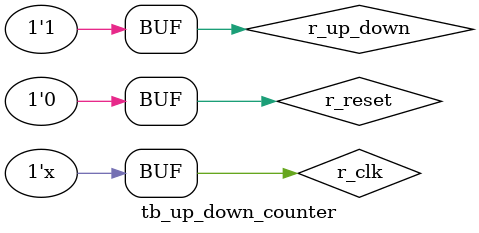
<source format=v>
`timescale 1ns / 1ps

module tb_up_down_counter();

wire [7:0] w_out;    
reg r_up_down = 1'b0;   
reg r_clk     = 1'b0;       
reg r_reset   = 1'b0;

up_down_counter uut(
    .out(w_out),      
    .up_down(r_up_down), 
    .clk(r_clk),      
    .reset(r_reset)       
);      

always #20 r_clk <= !r_clk;

initial begin

r_up_down <= 1'b1;
r_reset <= 1'b1;

#200 // 200ns

r_reset <= 1'b0;

#2000 //2ms

r_up_down <= 1'b0;

#2000 //2ms

r_up_down <= 1'b1;

#2000 //2ms

$display("Test Complete");


end
endmodule

</source>
